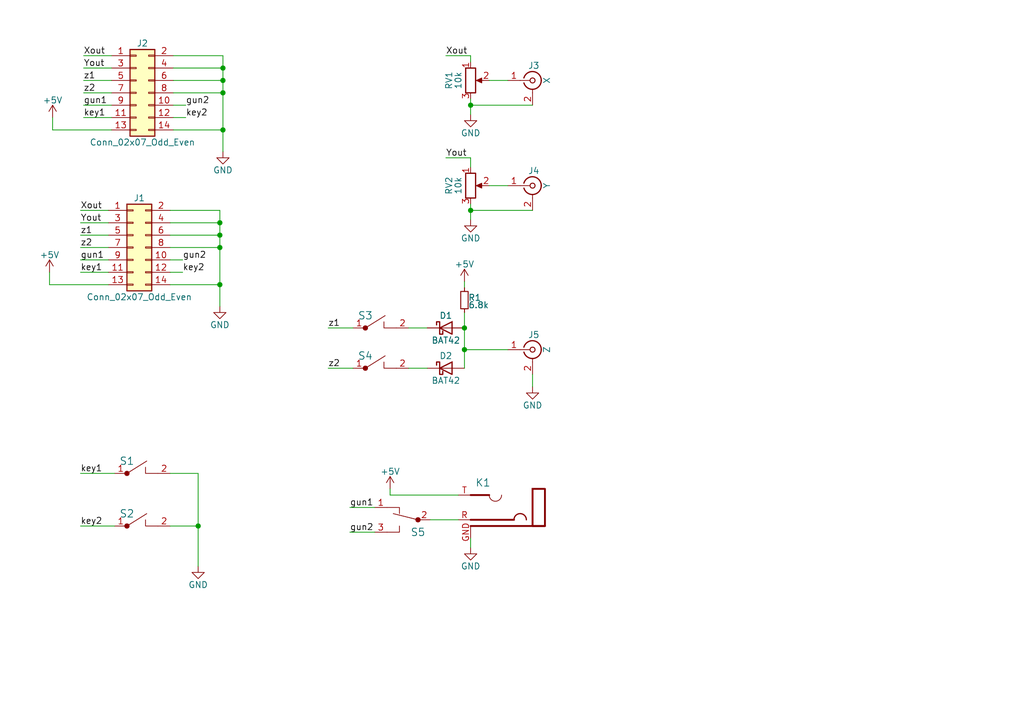
<source format=kicad_sch>
(kicad_sch (version 20211123) (generator eeschema)
  (paper "A5")
  (title_block (title "Vector Drawing for WWI") (date "2023-07-06") (rev "0.2a"))
  (lib_symbols
    (symbol "Connector:Conn_Coaxial" (pin_names (offset 1.016) hide)
      (property "Reference" "J" (at 0.254 3.048 0))
      (property "Value" "Conn_Coaxial" (at 2.921 0 90))
      (symbol "Conn_Coaxial_0_1"
        (arc (start -1.778 -0.508) (mid 0.2311 -1.8066) (end 1.778 0) (stroke (width 0.254)))
        (polyline (pts (xy -2.54 0) (xy -0.508 0)))
        (polyline (pts (xy 0 -2.54) (xy 0 -1.778)))
        (circle (center 0 0) (radius 0.508) (stroke (width 0.2032)))
        (arc (start 1.778 0) (mid 0.2099 1.8101) (end -1.778 0.508) (stroke (width 0.254)))
      )
      (symbol "Conn_Coaxial_1_1"
        (pin passive line (at -5.08 0 0) (length 2.54) (name "In") (number "1"))
        (pin passive line (at 0 -5.08 90) (length 2.54) (name "Ext") (number "2"))
      )
    )
    (symbol "Connector_Generic:Conn_02x07_Odd_Even" (pin_names (offset 1.016) hide)
      (property "Reference" "J" (at 1.27 10.16 0))
      (property "Value" "Conn_02x07_Odd_Even" (at 1.27 -10.16 0))
      (symbol "Conn_02x07_Odd_Even_1_1"
        (rectangle (start -1.27 -7.493) (end 0 -7.747) (stroke (width 0.1524)))
        (rectangle (start -1.27 -4.953) (end 0 -5.207) (stroke (width 0.1524)))
        (rectangle (start -1.27 -2.413) (end 0 -2.667) (stroke (width 0.1524)))
        (rectangle (start -1.27 0.127) (end 0 -0.127) (stroke (width 0.1524)))
        (rectangle (start -1.27 2.667) (end 0 2.413) (stroke (width 0.1524)))
        (rectangle (start -1.27 5.207) (end 0 4.953) (stroke (width 0.1524)))
        (rectangle (start -1.27 7.747) (end 0 7.493) (stroke (width 0.1524)))
        (rectangle (start -1.27 8.89) (end 3.81 -8.89) (stroke (width 0.254)) (fill (type background)))
        (rectangle (start 3.81 -7.493) (end 2.54 -7.747) (stroke (width 0.1524)))
        (rectangle (start 3.81 -4.953) (end 2.54 -5.207) (stroke (width 0.1524)))
        (rectangle (start 3.81 -2.413) (end 2.54 -2.667) (stroke (width 0.1524)))
        (rectangle (start 3.81 0.127) (end 2.54 -0.127) (stroke (width 0.1524)))
        (rectangle (start 3.81 2.667) (end 2.54 2.413) (stroke (width 0.1524)))
        (rectangle (start 3.81 5.207) (end 2.54 4.953) (stroke (width 0.1524)))
        (rectangle (start 3.81 7.747) (end 2.54 7.493) (stroke (width 0.1524)))
        (pin passive line (at -5.08 7.62 0) (length 3.81) (name "Pin_1") (number "1"))
        (pin passive line (at 7.62 -2.54 180) (length 3.81) (name "Pin_10") (number "10"))
        (pin passive line (at -5.08 -5.08 0) (length 3.81) (name "Pin_11") (number "11"))
        (pin passive line (at 7.62 -5.08 180) (length 3.81) (name "Pin_12") (number "12"))
        (pin passive line (at -5.08 -7.62 0) (length 3.81) (name "Pin_13") (number "13"))
        (pin passive line (at 7.62 -7.62 180) (length 3.81) (name "Pin_14") (number "14"))
        (pin passive line (at 7.62 7.62 180) (length 3.81) (name "Pin_2") (number "2"))
        (pin passive line (at -5.08 5.08 0) (length 3.81) (name "Pin_3") (number "3"))
        (pin passive line (at 7.62 5.08 180) (length 3.81) (name "Pin_4") (number "4"))
        (pin passive line (at -5.08 2.54 0) (length 3.81) (name "Pin_5") (number "5"))
        (pin passive line (at 7.62 2.54 180) (length 3.81) (name "Pin_6") (number "6"))
        (pin passive line (at -5.08 0 0) (length 3.81) (name "Pin_7") (number "7"))
        (pin passive line (at 7.62 0 180) (length 3.81) (name "Pin_8") (number "8"))
        (pin passive line (at -5.08 -2.54 0) (length 3.81) (name "Pin_9") (number "9"))
      )
    )
    (symbol "Device:R_Potentiometer" (pin_names (offset 1.016) hide)
      (property "Reference" "RV" (at -4.445 0 90))
      (property "Value" "R_Potentiometer" (at -2.54 0 90))
      (symbol "R_Potentiometer_0_1"
        (polyline (pts (xy 2.54 0) (xy 1.524 0)))
        (polyline (pts (xy 1.143 0) (xy 2.286 0.508) (xy 2.286 -0.508) (xy 1.143 0)) (fill (type outline)))
        (rectangle (start 1.016 2.54) (end -1.016 -2.54) (stroke (width 0.254)))
      )
      (symbol "R_Potentiometer_1_1"
        (pin passive line (at 0 3.81 270) (length 1.27) (name "1") (number "1"))
        (pin passive line (at 3.81 0 180) (length 1.27) (name "2") (number "2"))
        (pin passive line (at 0 -3.81 90) (length 1.27) (name "3") (number "3"))
      )
    )
    (symbol "Device:R_Small" (pin_numbers hide) (pin_names (offset 0.254) hide)
      (property "Reference" "R" (at 0.762 0.508 0))
      (property "Value" "R_Small" (at 0.762 -1.016 0))
      (symbol "R_Small_0_1"
        (rectangle (start -0.762 1.778) (end 0.762 -1.778) (stroke (width 0.2032)))
      )
      (symbol "R_Small_1_1"
        (pin passive line (at 0 2.54 270) (length 0.762) (name "~") (number "1"))
        (pin passive line (at 0 -2.54 90) (length 0.762) (name "~") (number "2"))
      )
    )
    (symbol "Diode:BAT42" (pin_numbers hide) (pin_names (offset 1.016) hide)
      (property "Reference" "D" (at 0 2.54 0))
      (property "Value" "BAT42" (at 0 -2.54 0))
      (symbol "BAT42_0_1"
        (polyline (pts (xy 1.27 0) (xy -1.27 0)))
        (polyline (pts (xy 1.27 1.27) (xy 1.27 -1.27) (xy -1.27 0) (xy 1.27 1.27)) (stroke (width 0.254)))
        (polyline (pts (xy -1.905 0.635) (xy -1.905 1.27) (xy -1.27 1.27) (xy -1.27 -1.27) (xy -0.635 -1.27) (xy -0.635 -0.635)) (stroke (width 0.254)))
      )
      (symbol "BAT42_1_1"
        (pin passive line (at -3.81 0 0) (length 2.54) (name "K") (number "1"))
        (pin passive line (at 3.81 0 180) (length 2.54) (name "A") (number "2"))
      )
    )
    (symbol "power:+5V" (power) (pin_names (offset 0))
      (property "Value" "+5V" (at 0 3.556 0))
      (symbol "+5V_0_1"
        (polyline (pts (xy -0.762 1.27) (xy 0 2.54)))
        (polyline (pts (xy 0 0) (xy 0 2.54)))
        (polyline (pts (xy 0 2.54) (xy 0.762 1.27)))
      )
      (symbol "+5V_1_1"
        (pin power_in line (at 0 0 90) (length 0) hide (name "+5V") (number "1"))
      )
    )
    (symbol "power:GND" (power) (pin_names (offset 0))
      (property "Value" "GND" (at 0 -3.81 0))
      (symbol "GND_0_1"
        (polyline (pts (xy 0 0) (xy 0 -1.27) (xy 1.27 -1.27) (xy 0 -2.54) (xy -1.27 -1.27) (xy 0 -1.27)))
      )
      (symbol "GND_1_1"
        (pin power_in line (at 0 0 270) (length 0) hide (name "GND") (number "1"))
      )
    )
    (symbol "rg:KLINKE_3POL" (pin_names (offset 1.016))
      (property "Reference" "K" (at -10.16 5.08 0))
      (property "Footprint" "LumbergKlinke3,5mm" (at -12.7 2.54 0))
      (symbol "KLINKE_3POL_0_1"
        (arc (start -8.89 2.54) (mid -7.62 1.27) (end -6.35 2.54))
        (arc (start -1.27 -2.54) (mid -2.54 -1.27) (end -3.81 -2.54) (stroke (width 0.254)))
        (polyline (pts (xy -12.7 -3.81) (xy 2.54 -3.81) (xy 2.54 -3.81)) (stroke (width 0.381)))
        (polyline (pts (xy -12.7 -2.54) (xy -3.81 -2.54) (xy -3.81 -2.54)) (stroke (width 0.381)))
        (polyline (pts (xy -12.7 2.54) (xy -8.89 2.54) (xy -8.89 2.54) (xy -8.89 2.54)) (stroke (width 0.381)))
        (rectangle (start 0 3.81) (end 2.54 -3.81) (stroke (width 0.381)))
      )
      (symbol "KLINKE_3POL_1_1"
        (pin input line (at -12.7 -6.35 90) (length 2.54) (name "~") (number "GND"))
        (pin input line (at -15.24 -2.54 0) (length 2.54) (name "~") (number "R"))
        (pin input line (at -15.24 2.54 0) (length 2.54) (name "~") (number "T"))
      )
    )
    (symbol "rg:TASTER" (pin_names (offset 1.016))
      (property "Reference" "S" (at -3.81 -3.81 0))
      (symbol "TASTER_0_1"
        (circle (center -3.81 -6.35) (radius 0.4572) (fill (type outline)))
        (polyline (pts (xy -3.81 -6.35) (xy 0.254 -3.81) (xy 0.254 -3.81) (xy 0.254 -3.81)))
        (polyline (pts (xy 0 -5.08) (xy 0 -6.35) (xy 2.54 -6.35) (xy 2.54 -6.35)))
      )
      (symbol "TASTER_1_1"
        (pin input line (at -6.35 -6.35 0) (length 2.54) (name "~") (number "1"))
        (pin input line (at 5.08 -6.35 180) (length 2.54) (name "~") (number "2"))
      )
    )
    (symbol "rg:TASTERU" (pin_names (offset 1.016))
      (property "Reference" "S" (at -3.81 -3.81 0))
      (symbol "TASTERU_0_1"
        (circle (center -3.81 -6.35) (radius 0.4572) (fill (type outline)))
        (polyline (pts (xy -3.81 -6.35) (xy 1.27 -7.62)))
        (polyline (pts (xy 2.54 -3.81) (xy 0 -3.81) (xy 0 -5.08)))
        (polyline (pts (xy 0 -7.62) (xy 0 -8.89) (xy 2.54 -8.89) (xy 2.54 -8.89)))
      )
      (symbol "TASTERU_1_1"
        (pin input line (at 5.08 -8.89 180) (length 2.54) (name "~") (number "1"))
        (pin input line (at -6.35 -6.35 0) (length 2.54) (name "~") (number "2"))
        (pin input line (at 5.08 -3.81 180) (length 2.54) (name "~") (number "3"))
      )
    )
  )
  (junction (at 45.085 50.8))
  (junction (at 96.52 21.59))
  (junction (at 45.085 58.42))
  (junction (at 95.25 71.755))
  (junction (at 45.085 45.72))
  (junction (at 45.72 13.97))
  (junction (at 40.64 107.95))
  (junction (at 45.085 48.26))
  (junction (at 45.72 16.51))
  (junction (at 45.72 19.05))
  (junction (at 45.72 26.67))
  (junction (at 96.52 43.18))
  (junction (at 95.25 67.31))
  (wire (pts (xy 34.925 45.72) (xy 45.085 45.72)))
  (wire (pts (xy 17.145 13.97) (xy 22.86 13.97)))
  (wire (pts (xy 35.56 16.51) (xy 45.72 16.51)))
  (wire (pts (xy 96.52 12.7) (xy 96.52 11.43)))
  (wire (pts (xy 96.52 21.59) (xy 109.22 21.59)))
  (wire (pts (xy 96.52 43.18) (xy 96.52 45.085)))
  (wire (pts (xy 95.25 71.755) (xy 104.14 71.755)))
  (wire (pts (xy 35.56 24.13) (xy 38.1 24.13)))
  (wire (pts (xy 96.52 41.91) (xy 96.52 43.18)))
  (wire (pts (xy 91.44 32.385) (xy 96.52 32.385)))
  (wire (pts (xy 45.72 16.51) (xy 45.72 19.05)))
  (wire (pts (xy 10.795 26.67) (xy 10.795 24.13)))
  (wire (pts (xy 45.085 45.72) (xy 45.085 48.26)))
  (wire (pts (xy 16.51 43.18) (xy 22.225 43.18)))
  (wire (pts (xy 95.25 64.135) (xy 95.25 67.31)))
  (wire (pts (xy 35.56 11.43) (xy 45.72 11.43)))
  (wire (pts (xy 100.33 38.1) (xy 104.14 38.1)))
  (wire (pts (xy 34.925 55.88) (xy 37.465 55.88)))
  (wire (pts (xy 80.01 101.6) (xy 80.01 100.33)))
  (wire (pts (xy 34.925 43.18) (xy 45.085 43.18)))
  (wire (pts (xy 16.51 50.8) (xy 22.225 50.8)))
  (wire (pts (xy 16.51 45.72) (xy 22.225 45.72)))
  (wire (pts (xy 35.56 13.97) (xy 45.72 13.97)))
  (wire (pts (xy 93.98 101.6) (xy 80.01 101.6)))
  (wire (pts (xy 17.145 16.51) (xy 22.86 16.51)))
  (wire (pts (xy 16.51 53.34) (xy 22.225 53.34)))
  (wire (pts (xy 45.72 13.97) (xy 45.72 16.51)))
  (wire (pts (xy 83.82 75.565) (xy 87.63 75.565)))
  (wire (pts (xy 34.925 107.95) (xy 40.64 107.95)))
  (wire (pts (xy 45.72 26.67) (xy 45.72 31.115)))
  (wire (pts (xy 34.925 97.155) (xy 40.64 97.155)))
  (wire (pts (xy 45.085 50.8) (xy 45.085 58.42)))
  (wire (pts (xy 83.82 67.31) (xy 87.63 67.31)))
  (wire (pts (xy 67.31 67.31) (xy 72.39 67.31)))
  (wire (pts (xy 22.86 26.67) (xy 10.795 26.67)))
  (wire (pts (xy 67.31 75.565) (xy 72.39 75.565)))
  (wire (pts (xy 35.56 21.59) (xy 38.1 21.59)))
  (wire (pts (xy 96.52 20.32) (xy 96.52 21.59)))
  (wire (pts (xy 100.33 16.51) (xy 104.14 16.51)))
  (wire (pts (xy 34.925 48.26) (xy 45.085 48.26)))
  (wire (pts (xy 10.16 58.42) (xy 10.16 55.88)))
  (wire (pts (xy 95.25 67.31) (xy 95.25 71.755)))
  (wire (pts (xy 17.145 19.05) (xy 22.86 19.05)))
  (wire (pts (xy 96.52 110.49) (xy 96.52 112.395)))
  (wire (pts (xy 96.52 21.59) (xy 96.52 23.495)))
  (wire (pts (xy 40.64 107.95) (xy 40.64 116.205)))
  (wire (pts (xy 16.51 48.26) (xy 22.225 48.26)))
  (wire (pts (xy 95.25 57.785) (xy 95.25 59.055)))
  (wire (pts (xy 109.22 76.835) (xy 109.22 79.375)))
  (wire (pts (xy 91.44 11.43) (xy 96.52 11.43)))
  (wire (pts (xy 16.51 107.95) (xy 23.495 107.95)))
  (wire (pts (xy 95.25 71.755) (xy 95.25 75.565)))
  (wire (pts (xy 16.51 55.88) (xy 22.225 55.88)))
  (wire (pts (xy 35.56 26.67) (xy 45.72 26.67)))
  (wire (pts (xy 22.225 58.42) (xy 10.16 58.42)))
  (wire (pts (xy 71.755 109.22) (xy 76.835 109.22)))
  (wire (pts (xy 88.265 106.68) (xy 93.98 106.68)))
  (wire (pts (xy 45.085 48.26) (xy 45.085 50.8)))
  (wire (pts (xy 45.72 11.43) (xy 45.72 13.97)))
  (wire (pts (xy 35.56 19.05) (xy 45.72 19.05)))
  (wire (pts (xy 34.925 50.8) (xy 45.085 50.8)))
  (wire (pts (xy 45.72 19.05) (xy 45.72 26.67)))
  (wire (pts (xy 17.145 21.59) (xy 22.86 21.59)))
  (wire (pts (xy 45.085 58.42) (xy 45.085 62.865)))
  (wire (pts (xy 45.085 43.18) (xy 45.085 45.72)))
  (wire (pts (xy 16.51 97.155) (xy 23.495 97.155)))
  (wire (pts (xy 34.925 53.34) (xy 37.465 53.34)))
  (wire (pts (xy 17.145 24.13) (xy 22.86 24.13)))
  (wire (pts (xy 96.52 34.29) (xy 96.52 32.385)))
  (wire (pts (xy 96.52 43.18) (xy 109.22 43.18)))
  (wire (pts (xy 40.64 97.155) (xy 40.64 107.95)))
  (wire (pts (xy 34.925 58.42) (xy 45.085 58.42)))
  (wire (pts (xy 17.145 11.43) (xy 22.86 11.43)))
  (wire (pts (xy 71.755 104.14) (xy 76.835 104.14)))
  (label "Xout" (at 17.145 11.43 0))
  (label "key1" (at 17.145 24.13 0))
  (label "key2" (at 16.51 107.95 0))
  (label "key2" (at 38.1 24.13 0))
  (label "z2" (at 16.51 50.8 0))
  (label "z2" (at 17.145 19.05 0))
  (label "key1" (at 16.51 55.88 0))
  (label "z2" (at 67.31 75.565 0))
  (label "key2" (at 37.465 55.88 0))
  (label "Yout" (at 17.145 13.97 0))
  (label "gun1" (at 16.51 53.34 0))
  (label "Xout" (at 91.44 11.43 0))
  (label "Xout" (at 16.51 43.18 0))
  (label "key1" (at 16.51 97.155 0))
  (label "gun2" (at 71.755 109.22 0))
  (label "z1" (at 67.31 67.31 0))
  (label "Yout" (at 16.51 45.72 0))
  (label "gun2" (at 38.1 21.59 0))
  (label "z1" (at 17.145 16.51 0))
  (label "Yout" (at 91.44 32.385 0))
  (label "z1" (at 16.51 48.26 0))
  (label "gun1" (at 17.145 21.59 0))
  (label "gun2" (at 37.465 53.34 0))
  (label "gun1" (at 71.755 104.14 0))
  (symbol (lib_id "rg:TASTERU") (at 81.915 113.03 180) (unit 1)
    (property "Reference" "S5" (at 85.725 109.22 0) (effects (font (size 1.524 1.524))))
    (property "Value" "TASTERU" (effects hide))
  )
  (symbol (lib_id "power:+5V") (at 80.01 100.33 0) (unit 1)
    (property "Reference" "#PWR06" (effects hide))
    (property "Value" "+5V" (at 80.01 96.774 0))
  )
  (symbol (lib_id "power:GND") (at 96.52 112.395 0) (unit 1)
    (property "Reference" "#PWR010" (effects hide))
    (property "Value" "GND" (at 96.52 116.205 0))
  )
  (symbol (lib_id "rg:KLINKE_3POL") (at 109.22 104.14 0) (unit 1)
    (property "Reference" "K1" (at 99.06 99.06 0) (effects (font (size 1.524 1.524))))
    (property "Value" "KLINKE_3POL" (effects hide))
    (property "Footprint" "LumbergKlinke3,5mm" (effects hide))
  )
  (symbol (lib_id "Device:R_Potentiometer") (at 96.52 38.1 0) (unit 1)
    (property "Reference" "RV2" (at 92.075 38.1 90))
    (property "Value" "10k" (at 93.98 38.1 90))
  )
  (symbol (lib_id "Connector:Conn_Coaxial") (at 109.22 71.755 0) (unit 1)
    (property "Reference" "J5" (at 109.474 68.707 0))
    (property "Value" "Z" (at 112.141 71.755 90))
    (property "Datasheet" " ~" (effects hide))
  )
  (symbol (lib_id "power:GND") (at 45.72 31.115 0) (unit 1)
    (property "Reference" "#PWR05" (effects hide))
    (property "Value" "GND" (at 45.72 34.925 0))
  )
  (symbol (lib_id "Connector_Generic:Conn_02x07_Odd_Even") (at 27.305 50.8 0) (unit 1)
    (property "Reference" "J1" (at 28.575 40.64 0))
    (property "Value" "Conn_02x07_Odd_Even" (at 28.575 60.96 0))
  )
  (symbol (lib_id "power:GND") (at 109.22 79.375 0) (unit 1)
    (property "Reference" "#PWR011" (effects hide))
    (property "Value" "GND" (at 109.22 83.185 0))
  )
  (symbol (lib_id "power:GND") (at 45.085 62.865 0) (unit 1)
    (property "Reference" "#PWR04" (effects hide))
    (property "Value" "GND" (at 45.085 66.675 0))
  )
  (symbol (lib_id "Connector:Conn_Coaxial") (at 109.22 38.1 0) (unit 1)
    (property "Reference" "J4" (at 109.474 35.052 0))
    (property "Value" "Y" (at 112.141 38.1 90))
    (property "Datasheet" " ~" (effects hide))
  )
  (symbol (lib_id "power:GND") (at 96.52 23.495 0) (unit 1)
    (property "Reference" "#PWR08" (effects hide))
    (property "Value" "GND" (at 96.52 27.305 0))
  )
  (symbol (lib_id "Device:R_Potentiometer") (at 96.52 16.51 0) (unit 1)
    (property "Reference" "RV1" (at 92.075 16.51 90))
    (property "Value" "10k" (at 93.98 16.51 90))
  )
  (symbol (lib_id "rg:TASTER") (at 29.845 101.6 0) (unit 1)
    (property "Reference" "S2" (at 26.035 105.41 0) (effects (font (size 1.524 1.524))))
    (property "Value" "TASTER" (effects hide))
  )
  (symbol (lib_id "power:+5V") (at 95.25 57.785 0) (unit 1)
    (property "Reference" "#PWR07" (effects hide))
    (property "Value" "+5V" (at 95.25 54.229 0))
  )
  (symbol (lib_id "Connector:Conn_Coaxial") (at 109.22 16.51 0) (unit 1)
    (property "Reference" "J3" (at 109.474 13.462 0))
    (property "Value" "X" (at 112.141 16.51 90))
    (property "Datasheet" " ~" (effects hide))
  )
  (symbol (lib_id "rg:TASTER") (at 29.845 90.805 0) (unit 1)
    (property "Reference" "S1" (at 26.035 94.615 0) (effects (font (size 1.524 1.524))))
    (property "Value" "TASTER" (effects hide))
  )
  (symbol (lib_id "power:GND") (at 40.64 116.205 0) (unit 1)
    (property "Reference" "#PWR03" (effects hide))
    (property "Value" "GND" (at 40.64 120.015 0))
  )
  (symbol (lib_id "power:+5V") (at 10.795 24.13 0) (unit 1)
    (property "Reference" "#PWR02" (effects hide))
    (property "Value" "+5V" (at 10.795 20.574 0))
  )
  (symbol (lib_id "Diode:BAT42") (at 91.44 67.31 0) (unit 1)
    (property "Reference" "D1" (at 91.44 64.77 0))
    (property "Value" "BAT42" (at 91.44 69.85 0))
    (property "Footprint" "Diode_THT:D_DO-35_SOD27_P7.62mm_Horizontal" (effects hide))
    (property "Datasheet" "http://www.vishay.com/docs/85660/bat42.pdf" (effects hide))
  )
  (symbol (lib_id "Connector_Generic:Conn_02x07_Odd_Even") (at 27.94 19.05 0) (unit 1)
    (property "Reference" "J2" (at 29.21 8.89 0))
    (property "Value" "Conn_02x07_Odd_Even" (at 29.21 29.21 0))
  )
  (symbol (lib_id "Diode:BAT42") (at 91.44 75.565 0) (unit 1)
    (property "Reference" "D2" (at 91.44 73.025 0))
    (property "Value" "BAT42" (at 91.44 78.105 0))
    (property "Footprint" "Diode_THT:D_DO-35_SOD27_P7.62mm_Horizontal" (effects hide))
    (property "Datasheet" "http://www.vishay.com/docs/85660/bat42.pdf" (effects hide))
  )
  (symbol (lib_id "power:GND") (at 96.52 45.085 0) (unit 1)
    (property "Reference" "#PWR09" (effects hide))
    (property "Value" "GND" (at 96.52 48.895 0))
  )
  (symbol (lib_id "power:+5V") (at 10.16 55.88 0) (unit 1)
    (property "Reference" "#PWR01" (effects hide))
    (property "Value" "+5V" (at 10.16 52.324 0))
  )
  (symbol (lib_id "rg:TASTER") (at 78.74 60.96 0) (unit 1)
    (property "Reference" "S3" (at 74.93 64.77 0) (effects (font (size 1.524 1.524))))
    (property "Value" "TASTER" (effects hide))
  )
  (symbol (lib_id "Device:R_Small") (at 95.25 61.595 0) (unit 1)
    (property "Reference" "R1" (at 96.012 61.087 0) (effects (justify left)))
    (property "Value" "6.8k" (at 96.012 62.611 0) (effects (justify left)))
  )
  (symbol (lib_id "rg:TASTER") (at 78.74 69.215 0) (unit 1)
    (property "Reference" "S4" (at 74.93 73.025 0) (effects (font (size 1.524 1.524))))
    (property "Value" "TASTER" (effects hide))
  )
)
</source>
